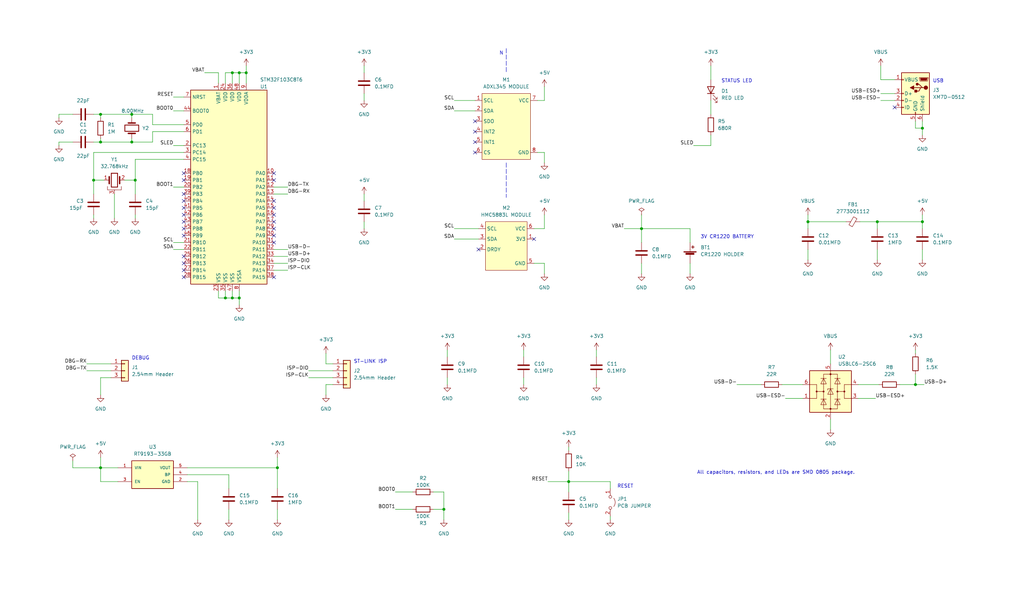
<source format=kicad_sch>
(kicad_sch (version 20211123) (generator eeschema)
  (paper "User" 375.031 220.015)
  (title_block (title "Star Pointer") (date "2022-01-29") (rev "1.0.0") (company "Dilshan R Jayakody") (comment 1 "jayakody2000lk.blogspot.com") (comment 2 "https://github.com/dilshan/star-pointer") (comment 3 "jayakody2000lk@gmail.com"))
  (lib_symbols
    (symbol "Connector:USB_B_Micro" (pin_names (offset 1.016))
      (property "Reference" "J" (at -5.08 11.43 0))
      (property "Value" "USB_B_Micro" (at -5.08 8.89 0))
      (symbol "USB_B_Micro_0_1"
        (rectangle (start -5.08 -7.62) (end 5.08 7.62) (stroke (width 0.254)) (fill (type background)))
        (circle (center -3.81 2.159) (radius 0.635) (stroke (width 0.254)) (fill (type outline)))
        (circle (center -0.635 3.429) (radius 0.381) (stroke (width 0.254)) (fill (type outline)))
        (rectangle (start -0.127 -7.62) (end 0.127 -6.858))
        (polyline (pts (xy -1.905 2.159) (xy 0.635 2.159)) (stroke (width 0.254)))
        (polyline (pts (xy -3.175 2.159) (xy -2.54 2.159) (xy -1.27 3.429) (xy -0.635 3.429)) (stroke (width 0.254)))
        (polyline (pts (xy -2.54 2.159) (xy -1.905 2.159) (xy -1.27 0.889) (xy 0 0.889)) (stroke (width 0.254)))
        (polyline (pts (xy 0.635 2.794) (xy 0.635 1.524) (xy 1.905 2.159) (xy 0.635 2.794)) (stroke (width 0.254)) (fill (type outline)))
        (polyline (pts (xy -4.318 5.588) (xy -1.778 5.588) (xy -2.032 4.826) (xy -4.064 4.826) (xy -4.318 5.588)) (fill (type outline)))
        (polyline (pts (xy -4.699 5.842) (xy -4.699 5.588) (xy -4.445 4.826) (xy -4.445 4.572) (xy -1.651 4.572) (xy -1.651 4.826) (xy -1.397 5.588) (xy -1.397 5.842) (xy -4.699 5.842)))
        (rectangle (start 0.254 1.27) (end -0.508 0.508) (stroke (width 0.254)) (fill (type outline)))
        (rectangle (start 5.08 -5.207) (end 4.318 -4.953))
        (rectangle (start 5.08 -2.667) (end 4.318 -2.413))
        (rectangle (start 5.08 -0.127) (end 4.318 0.127))
        (rectangle (start 5.08 4.953) (end 4.318 5.207))
      )
      (symbol "USB_B_Micro_1_1"
        (pin power_out line (at 7.62 5.08 180) (length 2.54) (name "VBUS") (number "1"))
        (pin bidirectional line (at 7.62 -2.54 180) (length 2.54) (name "D-") (number "2"))
        (pin bidirectional line (at 7.62 0 180) (length 2.54) (name "D+") (number "3"))
        (pin passive line (at 7.62 -5.08 180) (length 2.54) (name "ID") (number "4"))
        (pin power_out line (at 0 -10.16 90) (length 2.54) (name "GND") (number "5"))
        (pin passive line (at -2.54 -10.16 90) (length 2.54) (name "Shield") (number "6"))
      )
    )
    (symbol "Connector_Generic:Conn_01x03" (pin_names (offset 1.016) hide)
      (property "Reference" "J" (at 0 5.08 0))
      (property "Value" "Conn_01x03" (at 0 -5.08 0))
      (symbol "Conn_01x03_1_1"
        (rectangle (start -1.27 -2.413) (end 0 -2.667) (stroke (width 0.1524)))
        (rectangle (start -1.27 0.127) (end 0 -0.127) (stroke (width 0.1524)))
        (rectangle (start -1.27 2.667) (end 0 2.413) (stroke (width 0.1524)))
        (rectangle (start -1.27 3.81) (end 1.27 -3.81) (stroke (width 0.254)) (fill (type background)))
        (pin passive line (at -5.08 2.54 0) (length 3.81) (name "Pin_1") (number "1"))
        (pin passive line (at -5.08 0 0) (length 3.81) (name "Pin_2") (number "2"))
        (pin passive line (at -5.08 -2.54 0) (length 3.81) (name "Pin_3") (number "3"))
      )
    )
    (symbol "Connector_Generic:Conn_01x04" (pin_names (offset 1.016) hide)
      (property "Reference" "J" (at 0 5.08 0))
      (property "Value" "Conn_01x04" (at 0 -7.62 0))
      (symbol "Conn_01x04_1_1"
        (rectangle (start -1.27 -4.953) (end 0 -5.207) (stroke (width 0.1524)))
        (rectangle (start -1.27 -2.413) (end 0 -2.667) (stroke (width 0.1524)))
        (rectangle (start -1.27 0.127) (end 0 -0.127) (stroke (width 0.1524)))
        (rectangle (start -1.27 2.667) (end 0 2.413) (stroke (width 0.1524)))
        (rectangle (start -1.27 3.81) (end 1.27 -6.35) (stroke (width 0.254)) (fill (type background)))
        (pin passive line (at -5.08 2.54 0) (length 3.81) (name "Pin_1") (number "1"))
        (pin passive line (at -5.08 0 0) (length 3.81) (name "Pin_2") (number "2"))
        (pin passive line (at -5.08 -2.54 0) (length 3.81) (name "Pin_3") (number "3"))
        (pin passive line (at -5.08 -5.08 0) (length 3.81) (name "Pin_4") (number "4"))
      )
    )
    (symbol "Device:Battery_Cell" (pin_numbers hide) (pin_names (offset 0) hide)
      (property "Reference" "BT" (at 2.54 2.54 0))
      (property "Value" "Battery_Cell" (at 2.54 0 0))
      (symbol "Battery_Cell_0_1"
        (rectangle (start -2.286 1.778) (end 2.286 1.524) (fill (type outline)))
        (rectangle (start -1.5748 1.1938) (end 1.4732 0.6858) (fill (type outline)))
        (polyline (pts (xy 0 0.762) (xy 0 0)))
        (polyline (pts (xy 0 1.778) (xy 0 2.54)))
        (polyline (pts (xy 0.508 3.429) (xy 1.524 3.429)) (stroke (width 0.254)))
        (polyline (pts (xy 1.016 3.937) (xy 1.016 2.921)) (stroke (width 0.254)))
      )
      (symbol "Battery_Cell_1_1"
        (pin passive line (at 0 5.08 270) (length 2.54) (name "+") (number "1"))
        (pin passive line (at 0 -2.54 90) (length 2.54) (name "-") (number "2"))
      )
    )
    (symbol "Device:C" (pin_numbers hide) (pin_names (offset 0.254))
      (property "Reference" "C" (at 0.635 2.54 0))
      (property "Value" "C" (at 0.635 -2.54 0))
      (symbol "C_0_1"
        (polyline (pts (xy -2.032 -0.762) (xy 2.032 -0.762)) (stroke (width 0.508)))
        (polyline (pts (xy -2.032 0.762) (xy 2.032 0.762)) (stroke (width 0.508)))
      )
      (symbol "C_1_1"
        (pin passive line (at 0 3.81 270) (length 2.794) (name "~") (number "1"))
        (pin passive line (at 0 -3.81 90) (length 2.794) (name "~") (number "2"))
      )
    )
    (symbol "Device:Crystal" (pin_numbers hide) (pin_names (offset 1.016) hide)
      (property "Reference" "Y" (at 0 3.81 0))
      (property "Value" "Crystal" (at 0 -3.81 0))
      (symbol "Crystal_0_1"
        (rectangle (start -1.143 2.54) (end 1.143 -2.54) (stroke (width 0.3048)))
        (polyline (pts (xy -2.54 0) (xy -1.905 0)))
        (polyline (pts (xy -1.905 -1.27) (xy -1.905 1.27)) (stroke (width 0.508)))
        (polyline (pts (xy 1.905 -1.27) (xy 1.905 1.27)) (stroke (width 0.508)))
        (polyline (pts (xy 2.54 0) (xy 1.905 0)))
      )
      (symbol "Crystal_1_1"
        (pin passive line (at -3.81 0 0) (length 1.27) (name "1") (number "1"))
        (pin passive line (at 3.81 0 180) (length 1.27) (name "2") (number "2"))
      )
    )
    (symbol "Device:Crystal_GND3" (pin_names (offset 1.016) hide)
      (property "Reference" "Y" (at 0 5.715 0))
      (property "Value" "Crystal_GND3" (at 0 3.81 0))
      (symbol "Crystal_GND3_0_1"
        (rectangle (start -1.143 2.54) (end 1.143 -2.54) (stroke (width 0.3048)))
        (polyline (pts (xy -2.54 0) (xy -1.905 0)))
        (polyline (pts (xy -1.905 -1.27) (xy -1.905 1.27)) (stroke (width 0.508)))
        (polyline (pts (xy 0 -3.81) (xy 0 -3.556)))
        (polyline (pts (xy 1.905 0) (xy 2.54 0)))
        (polyline (pts (xy 1.905 1.27) (xy 1.905 -1.27)) (stroke (width 0.508)))
        (polyline (pts (xy -2.54 -2.286) (xy -2.54 -3.556) (xy 2.54 -3.556) (xy 2.54 -2.286)))
      )
      (symbol "Crystal_GND3_1_1"
        (pin passive line (at -3.81 0 0) (length 1.27) (name "1") (number "1"))
        (pin passive line (at 3.81 0 180) (length 1.27) (name "2") (number "2"))
        (pin passive line (at 0 -5.08 90) (length 1.27) (name "3") (number "3"))
      )
    )
    (symbol "Device:FerriteBead_Small" (pin_numbers hide) (pin_names (offset 0))
      (property "Reference" "FB" (at 1.905 1.27 0))
      (property "Value" "FerriteBead_Small" (at 1.905 -1.27 0))
      (symbol "FerriteBead_Small_0_1"
        (polyline (pts (xy 0 -1.27) (xy 0 -0.7874)))
        (polyline (pts (xy 0 0.889) (xy 0 1.2954)))
        (polyline (pts (xy -1.8288 0.2794) (xy -1.1176 1.4986) (xy 1.8288 -0.2032) (xy 1.1176 -1.4224) (xy -1.8288 0.2794)))
      )
      (symbol "FerriteBead_Small_1_1"
        (pin passive line (at 0 2.54 270) (length 1.27) (name "~") (number "1"))
        (pin passive line (at 0 -2.54 90) (length 1.27) (name "~") (number "2"))
      )
    )
    (symbol "Device:LED" (pin_numbers hide) (pin_names (offset 1.016) hide)
      (property "Reference" "D" (at 0 2.54 0))
      (property "Value" "LED" (at 0 -2.54 0))
      (symbol "LED_0_1"
        (polyline (pts (xy -1.27 -1.27) (xy -1.27 1.27)) (stroke (width 0.254)))
        (polyline (pts (xy -1.27 0) (xy 1.27 0)))
        (polyline (pts (xy 1.27 -1.27) (xy 1.27 1.27) (xy -1.27 0) (xy 1.27 -1.27)) (stroke (width 0.254)))
        (polyline (pts (xy -3.048 -0.762) (xy -4.572 -2.286) (xy -3.81 -2.286) (xy -4.572 -2.286) (xy -4.572 -1.524)))
        (polyline (pts (xy -1.778 -0.762) (xy -3.302 -2.286) (xy -2.54 -2.286) (xy -3.302 -2.286) (xy -3.302 -1.524)))
      )
      (symbol "LED_1_1"
        (pin passive line (at -3.81 0 0) (length 2.54) (name "K") (number "1"))
        (pin passive line (at 3.81 0 180) (length 2.54) (name "A") (number "2"))
      )
    )
    (symbol "Device:R" (pin_numbers hide) (pin_names (offset 0))
      (property "Reference" "R" (at 2.032 0 90))
      (property "Value" "R" (at 0 0 90))
      (symbol "R_0_1"
        (rectangle (start -1.016 -2.54) (end 1.016 2.54) (stroke (width 0.254)))
      )
      (symbol "R_1_1"
        (pin passive line (at 0 3.81 270) (length 1.27) (name "~") (number "1"))
        (pin passive line (at 0 -3.81 90) (length 1.27) (name "~") (number "2"))
      )
    )
    (symbol "Jumper:Jumper_2_Open" (pin_names (offset 0) hide)
      (property "Reference" "JP" (at 0 2.794 0))
      (property "Value" "Jumper_2_Open" (at 0 -2.286 0))
      (symbol "Jumper_2_Open_0_0"
        (circle (center -2.032 0) (radius 0.508))
        (circle (center 2.032 0) (radius 0.508))
      )
      (symbol "Jumper_2_Open_0_1"
        (arc (start 1.524 1.27) (mid 0 1.778) (end -1.524 1.27))
      )
      (symbol "Jumper_2_Open_1_1"
        (pin passive line (at -5.08 0 0) (length 2.54) (name "A") (number "1"))
        (pin passive line (at 5.08 0 180) (length 2.54) (name "B") (number "2"))
      )
    )
    (symbol "MCU_ST_STM32F1:STM32F103C8Tx"
      (property "Reference" "U" (at -15.24 36.83 0))
      (property "Value" "STM32F103C8Tx" (at 7.62 36.83 0))
      (symbol "STM32F103C8Tx_0_1"
        (rectangle (start -15.24 -35.56) (end 12.7 35.56) (stroke (width 0.254)) (fill (type background)))
      )
      (symbol "STM32F103C8Tx_1_1"
        (pin power_in line (at -5.08 38.1 270) (length 2.54) (name "VBAT") (number "1"))
        (pin bidirectional line (at 15.24 5.08 180) (length 2.54) (name "PA0") (number "10"))
        (pin bidirectional line (at 15.24 2.54 180) (length 2.54) (name "PA1") (number "11"))
        (pin bidirectional line (at 15.24 0 180) (length 2.54) (name "PA2") (number "12"))
        (pin bidirectional line (at 15.24 -2.54 180) (length 2.54) (name "PA3") (number "13"))
        (pin bidirectional line (at 15.24 -5.08 180) (length 2.54) (name "PA4") (number "14"))
        (pin bidirectional line (at 15.24 -7.62 180) (length 2.54) (name "PA5") (number "15"))
        (pin bidirectional line (at 15.24 -10.16 180) (length 2.54) (name "PA6") (number "16"))
        (pin bidirectional line (at 15.24 -12.7 180) (length 2.54) (name "PA7") (number "17"))
        (pin bidirectional line (at -17.78 5.08 0) (length 2.54) (name "PB0") (number "18"))
        (pin bidirectional line (at -17.78 2.54 0) (length 2.54) (name "PB1") (number "19"))
        (pin bidirectional line (at -17.78 15.24 0) (length 2.54) (name "PC13") (number "2"))
        (pin bidirectional line (at -17.78 0 0) (length 2.54) (name "PB2") (number "20"))
        (pin bidirectional line (at -17.78 -20.32 0) (length 2.54) (name "PB10") (number "21"))
        (pin bidirectional line (at -17.78 -22.86 0) (length 2.54) (name "PB11") (number "22"))
        (pin power_in line (at -5.08 -38.1 90) (length 2.54) (name "VSS") (number "23"))
        (pin power_in line (at -2.54 38.1 270) (length 2.54) (name "VDD") (number "24"))
        (pin bidirectional line (at -17.78 -25.4 0) (length 2.54) (name "PB12") (number "25"))
        (pin bidirectional line (at -17.78 -27.94 0) (length 2.54) (name "PB13") (number "26"))
        (pin bidirectional line (at -17.78 -30.48 0) (length 2.54) (name "PB14") (number "27"))
        (pin bidirectional line (at -17.78 -33.02 0) (length 2.54) (name "PB15") (number "28"))
        (pin bidirectional line (at 15.24 -15.24 180) (length 2.54) (name "PA8") (number "29"))
        (pin bidirectional line (at -17.78 12.7 0) (length 2.54) (name "PC14") (number "3"))
        (pin bidirectional line (at 15.24 -17.78 180) (length 2.54) (name "PA9") (number "30"))
        (pin bidirectional line (at 15.24 -20.32 180) (length 2.54) (name "PA10") (number "31"))
        (pin bidirectional line (at 15.24 -22.86 180) (length 2.54) (name "PA11") (number "32"))
        (pin bidirectional line (at 15.24 -25.4 180) (length 2.54) (name "PA12") (number "33"))
        (pin bidirectional line (at 15.24 -27.94 180) (length 2.54) (name "PA13") (number "34"))
        (pin power_in line (at -2.54 -38.1 90) (length 2.54) (name "VSS") (number "35"))
        (pin power_in line (at 0 38.1 270) (length 2.54) (name "VDD") (number "36"))
        (pin bidirectional line (at 15.24 -30.48 180) (length 2.54) (name "PA14") (number "37"))
        (pin bidirectional line (at 15.24 -33.02 180) (length 2.54) (name "PA15") (number "38"))
        (pin bidirectional line (at -17.78 -2.54 0) (length 2.54) (name "PB3") (number "39"))
        (pin bidirectional line (at -17.78 10.16 0) (length 2.54) (name "PC15") (number "4"))
        (pin bidirectional line (at -17.78 -5.08 0) (length 2.54) (name "PB4") (number "40"))
        (pin bidirectional line (at -17.78 -7.62 0) (length 2.54) (name "PB5") (number "41"))
        (pin bidirectional line (at -17.78 -10.16 0) (length 2.54) (name "PB6") (number "42"))
        (pin bidirectional line (at -17.78 -12.7 0) (length 2.54) (name "PB7") (number "43"))
        (pin input line (at -17.78 27.94 0) (length 2.54) (name "BOOT0") (number "44"))
        (pin bidirectional line (at -17.78 -15.24 0) (length 2.54) (name "PB8") (number "45"))
        (pin bidirectional line (at -17.78 -17.78 0) (length 2.54) (name "PB9") (number "46"))
        (pin power_in line (at 0 -38.1 90) (length 2.54) (name "VSS") (number "47"))
        (pin power_in line (at 2.54 38.1 270) (length 2.54) (name "VDD") (number "48"))
        (pin input line (at -17.78 22.86 0) (length 2.54) (name "PD0") (number "5"))
        (pin input line (at -17.78 20.32 0) (length 2.54) (name "PD1") (number "6"))
        (pin input line (at -17.78 33.02 0) (length 2.54) (name "NRST") (number "7"))
        (pin power_in line (at 2.54 -38.1 90) (length 2.54) (name "VSSA") (number "8"))
        (pin power_in line (at 5.08 38.1 270) (length 2.54) (name "VDDA") (number "9"))
      )
    )
    (symbol "Power_Protection:USBLC6-2SC6" (pin_names hide)
      (property "Reference" "U" (at 2.54 8.89 0))
      (property "Value" "USBLC6-2SC6" (at 2.54 -8.89 0))
      (symbol "USBLC6-2SC6_0_1"
        (rectangle (start -7.62 -7.62) (end 7.62 7.62) (stroke (width 0.254)) (fill (type background)))
        (circle (center -5.08 0) (radius 0.254) (fill (type outline)))
        (circle (center -2.54 0) (radius 0.254) (fill (type outline)))
        (rectangle (start -2.54 6.35) (end 2.54 -6.35))
        (circle (center 0 -6.35) (radius 0.254) (fill (type outline)))
        (polyline (pts (xy -5.08 -2.54) (xy -7.62 -2.54)))
        (polyline (pts (xy -5.08 0) (xy -5.08 -2.54)))
        (polyline (pts (xy -5.08 2.54) (xy -7.62 2.54)))
        (polyline (pts (xy -1.524 -2.794) (xy -3.556 -2.794)))
        (polyline (pts (xy -1.524 4.826) (xy -3.556 4.826)))
        (polyline (pts (xy 0 -7.62) (xy 0 -6.35)))
        (polyline (pts (xy 0 -6.35) (xy 0 1.27)))
        (polyline (pts (xy 0 1.27) (xy 0 6.35)))
        (polyline (pts (xy 0 6.35) (xy 0 7.62)))
        (polyline (pts (xy 1.524 -2.794) (xy 3.556 -2.794)))
        (polyline (pts (xy 1.524 4.826) (xy 3.556 4.826)))
        (polyline (pts (xy 5.08 -2.54) (xy 7.62 -2.54)))
        (polyline (pts (xy 5.08 0) (xy 5.08 -2.54)))
        (polyline (pts (xy 5.08 2.54) (xy 7.62 2.54)))
        (polyline (pts (xy -2.54 0) (xy -5.08 0) (xy -5.08 2.54)))
        (polyline (pts (xy 2.54 0) (xy 5.08 0) (xy 5.08 2.54)))
        (polyline (pts (xy -3.556 -4.826) (xy -1.524 -4.826) (xy -2.54 -2.794) (xy -3.556 -4.826)))
        (polyline (pts (xy -3.556 2.794) (xy -1.524 2.794) (xy -2.54 4.826) (xy -3.556 2.794)))
        (polyline (pts (xy -1.016 -1.016) (xy 1.016 -1.016) (xy 0 1.016) (xy -1.016 -1.016)))
        (polyline (pts (xy 1.016 1.016) (xy 0.762 1.016) (xy -1.016 1.016) (xy -1.016 0.508)))
        (polyline (pts (xy 3.556 -4.826) (xy 1.524 -4.826) (xy 2.54 -2.794) (xy 3.556 -4.826)))
        (polyline (pts (xy 3.556 2.794) (xy 1.524 2.794) (xy 2.54 4.826) (xy 3.556 2.794)))
        (circle (center 0 6.35) (radius 0.254) (fill (type outline)))
        (circle (center 2.54 0) (radius 0.254) (fill (type outline)))
        (circle (center 5.08 0) (radius 0.254) (fill (type outline)))
      )
      (symbol "USBLC6-2SC6_1_1"
        (pin passive line (at -10.16 -2.54 0) (length 2.54) (name "I/O1") (number "1"))
        (pin passive line (at 0 -10.16 90) (length 2.54) (name "GND") (number "2"))
        (pin passive line (at 10.16 -2.54 180) (length 2.54) (name "I/O2") (number "3"))
        (pin passive line (at 10.16 2.54 180) (length 2.54) (name "I/O2") (number "4"))
        (pin passive line (at 0 10.16 270) (length 2.54) (name "VBUS") (number "5"))
        (pin passive line (at -10.16 2.54 0) (length 2.54) (name "I/O1") (number "6"))
      )
    )
    (symbol "power:+3V3" (power) (pin_names (offset 0))
      (property "Value" "+3V3" (at 0 3.556 0))
      (symbol "+3V3_0_1"
        (polyline (pts (xy -0.762 1.27) (xy 0 2.54)))
        (polyline (pts (xy 0 0) (xy 0 2.54)))
        (polyline (pts (xy 0 2.54) (xy 0.762 1.27)))
      )
      (symbol "+3V3_1_1"
        (pin power_in line (at 0 0 90) (length 0) hide (name "+3V3") (number "1"))
      )
    )
    (symbol "power:+5V" (power) (pin_names (offset 0))
      (property "Value" "+5V" (at 0 3.556 0))
      (symbol "+5V_0_1"
        (polyline (pts (xy -0.762 1.27) (xy 0 2.54)))
        (polyline (pts (xy 0 0) (xy 0 2.54)))
        (polyline (pts (xy 0 2.54) (xy 0.762 1.27)))
      )
      (symbol "+5V_1_1"
        (pin power_in line (at 0 0 90) (length 0) hide (name "+5V") (number "1"))
      )
    )
    (symbol "power:GND" (power) (pin_names (offset 0))
      (property "Value" "GND" (at 0 -3.81 0))
      (symbol "GND_0_1"
        (polyline (pts (xy 0 0) (xy 0 -1.27) (xy 1.27 -1.27) (xy 0 -2.54) (xy -1.27 -1.27) (xy 0 -1.27)))
      )
      (symbol "GND_1_1"
        (pin power_in line (at 0 0 270) (length 0) hide (name "GND") (number "1"))
      )
    )
    (symbol "power:PWR_FLAG" (power) (pin_numbers hide) (pin_names (offset 0) hide)
      (property "Value" "PWR_FLAG" (at 0 3.81 0))
      (symbol "PWR_FLAG_0_0"
        (pin power_out line (at 0 0 90) (length 0) (name "pwr") (number "1"))
      )
      (symbol "PWR_FLAG_0_1"
        (polyline (pts (xy 0 0) (xy 0 1.27) (xy -1.016 1.905) (xy 0 2.54) (xy 1.016 1.905) (xy 0 1.27)))
      )
    )
    (symbol "power:VBUS" (power) (pin_names (offset 0))
      (property "Value" "VBUS" (at 0 3.81 0))
      (symbol "VBUS_0_1"
        (polyline (pts (xy -0.762 1.27) (xy 0 2.54)))
        (polyline (pts (xy 0 0) (xy 0 2.54)))
        (polyline (pts (xy 0 2.54) (xy 0.762 1.27)))
      )
      (symbol "VBUS_1_1"
        (pin power_in line (at 0 0 90) (length 0) hide (name "VBUS") (number "1"))
      )
    )
    (symbol "starpointer:ADXL345_Module"
      (property "Reference" "M" (at 0 12.7 0))
      (property "Value" "ADXL345_Module" (at 0 15.24 0))
      (symbol "ADXL345_Module_0_1"
        (rectangle (start -8.89 11.43) (end 8.89 -12.7) (fill (type background)))
      )
      (symbol "ADXL345_Module_1_1"
        (pin input line (at -11.43 8.89 0) (length 2.54) (name "SCL") (number "1"))
        (pin bidirectional line (at -11.43 5.08 0) (length 2.54) (name "SDA") (number "2"))
        (pin output line (at -11.43 1.27 0) (length 2.54) (name "SDO") (number "3"))
        (pin output line (at -11.43 -2.54 0) (length 2.54) (name "INT2") (number "4"))
        (pin output line (at -11.43 -6.35 0) (length 2.54) (name "INT1") (number "5"))
        (pin input line (at -11.43 -10.16 0) (length 2.54) (name "CS") (number "6"))
        (pin power_in line (at 11.43 8.89 180) (length 2.54) (name "VCC") (number "7"))
        (pin power_in line (at 11.43 -10.16 180) (length 2.54) (name "GND") (number "8"))
      )
    )
    (symbol "starpointer:HMC5883L_Module"
      (property "Reference" "M" (at 0 10.16 0))
      (property "Value" "HMC5883L_Module" (at 0 12.7 0))
      (symbol "HMC5883L_Module_0_1"
        (rectangle (start -7.62 8.89) (end 7.62 -8.89) (fill (type background)))
      )
      (symbol "HMC5883L_Module_1_1"
        (pin power_out line (at 10.16 2.54 180) (length 2.54) (name "3V3") (number "1"))
        (pin output line (at -10.16 -1.27 0) (length 2.54) (name "DRDY") (number "2"))
        (pin bidirectional line (at -10.16 2.54 0) (length 2.54) (name "SDA") (number "3"))
        (pin input line (at -10.16 6.35 0) (length 2.54) (name "SCL") (number "4"))
        (pin power_in line (at 10.16 -6.35 180) (length 2.54) (name "GND") (number "5"))
        (pin power_in line (at 10.16 6.35 180) (length 2.54) (name "VCC") (number "6"))
      )
    )
    (symbol "starpointer:RT9193-33GB" (pin_names (offset 1.016))
      (property "Reference" "U" (at -7.62 5.08 0))
      (property "Value" "RT9193-33GB" (at -6.35 -7.62 0))
      (symbol "RT9193-33GB_0_0"
        (rectangle (start -7.62 -5.08) (end 7.62 5.08) (stroke (width 0.254)) (fill (type background)))
        (pin power_in line (at -12.7 2.54 0) (length 5.08) (name "VIN") (number "1"))
        (pin power_in line (at 12.7 -2.54 180) (length 5.08) (name "GND") (number "2"))
        (pin input line (at -12.7 -2.54 0) (length 5.08) (name "EN") (number "3"))
        (pin passive line (at 12.7 0 180) (length 5.08) (name "BP") (number "4"))
        (pin power_out line (at 12.7 2.54 180) (length 5.08) (name "VOUT") (number "5"))
      )
    )
  )
  (junction (at 48.26 41.91))
  (junction (at 48.26 52.07))
  (junction (at 85.09 109.22))
  (junction (at 337.82 81.28))
  (junction (at 208.28 176.53))
  (junction (at 49.53 66.04))
  (junction (at 36.83 171.45))
  (junction (at 82.55 109.22))
  (junction (at 85.09 26.67))
  (junction (at 34.29 66.04))
  (junction (at 162.56 186.69))
  (junction (at 36.83 52.07))
  (junction (at 321.31 81.28))
  (junction (at 36.83 41.91))
  (junction (at 87.63 109.22))
  (junction (at 90.17 26.67))
  (junction (at 335.28 140.97))
  (junction (at 295.91 81.28))
  (junction (at 101.6 171.45))
  (junction (at 87.63 26.67))
  (junction (at 337.82 46.99))
  (junction (at 234.95 83.82))
  (no_connect (at 67.31 63.5))
  (no_connect (at 67.31 66.04))
  (no_connect (at 100.33 66.04))
  (no_connect (at 100.33 63.5))
  (no_connect (at 67.31 71.12))
  (no_connect (at 67.31 73.66))
  (no_connect (at 67.31 76.2))
  (no_connect (at 67.31 78.74))
  (no_connect (at 67.31 81.28))
  (no_connect (at 67.31 83.82))
  (no_connect (at 67.31 86.36))
  (no_connect (at 67.31 93.98))
  (no_connect (at 67.31 96.52))
  (no_connect (at 67.31 99.06))
  (no_connect (at 67.31 101.6))
  (no_connect (at 100.33 101.6))
  (no_connect (at 100.33 88.9))
  (no_connect (at 100.33 86.36))
  (no_connect (at 100.33 83.82))
  (no_connect (at 100.33 81.28))
  (no_connect (at 100.33 78.74))
  (no_connect (at 100.33 76.2))
  (no_connect (at 100.33 73.66))
  (no_connect (at 175.26 91.44))
  (no_connect (at 173.99 44.45))
  (no_connect (at 173.99 48.26))
  (no_connect (at 173.99 52.07))
  (no_connect (at 173.99 55.88))
  (no_connect (at 195.58 87.63))
  (no_connect (at 327.66 39.37))
  (wire (pts (xy 218.44 128.27) (xy 218.44 130.81)))
  (wire (pts (xy 21.59 43.18) (xy 21.59 41.91)))
  (wire (pts (xy 304.165 128.27) (xy 304.165 133.35)))
  (wire (pts (xy 321.31 81.28) (xy 321.31 83.82)))
  (wire (pts (xy 83.82 186.69) (xy 83.82 190.5)))
  (wire (pts (xy 34.29 78.74) (xy 34.29 80.01)))
  (wire (pts (xy 119.38 133.35) (xy 119.38 129.54)))
  (wire (pts (xy 191.77 138.43) (xy 191.77 140.97)))
  (wire (pts (xy 335.28 137.16) (xy 335.28 140.97)))
  (wire (pts (xy 90.17 26.67) (xy 90.17 30.48)))
  (polyline (pts (xy 185.42 17.78) (xy 185.42 26.67)))
  (wire (pts (xy 63.5 88.9) (xy 67.31 88.9)))
  (wire (pts (xy 162.56 186.69) (xy 162.56 190.5)))
  (wire (pts (xy 218.44 138.43) (xy 218.44 140.97)))
  (wire (pts (xy 36.83 176.53) (xy 43.18 176.53)))
  (wire (pts (xy 322.58 36.83) (xy 327.66 36.83)))
  (wire (pts (xy 208.28 187.96) (xy 208.28 190.5)))
  (wire (pts (xy 191.77 128.27) (xy 191.77 130.81)))
  (wire (pts (xy 234.95 96.52) (xy 234.95 100.33)))
  (wire (pts (xy 321.31 81.28) (xy 337.82 81.28)))
  (wire (pts (xy 314.325 140.97) (xy 321.945 140.97)))
  (wire (pts (xy 49.53 58.42) (xy 49.53 66.04)))
  (wire (pts (xy 87.63 30.48) (xy 87.63 26.67)))
  (wire (pts (xy 100.33 99.06) (xy 105.41 99.06)))
  (wire (pts (xy 67.31 58.42) (xy 49.53 58.42)))
  (wire (pts (xy 322.58 34.29) (xy 327.66 34.29)))
  (wire (pts (xy 337.82 78.74) (xy 337.82 81.28)))
  (wire (pts (xy 82.55 109.22) (xy 85.09 109.22)))
  (wire (pts (xy 163.83 128.27) (xy 163.83 130.81)))
  (wire (pts (xy 335.28 46.99) (xy 337.82 46.99)))
  (wire (pts (xy 223.52 179.07) (xy 223.52 176.53)))
  (wire (pts (xy 36.83 52.07) (xy 36.83 50.8)))
  (wire (pts (xy 314.325 146.05) (xy 320.675 146.05)))
  (wire (pts (xy 228.6 83.82) (xy 234.95 83.82)))
  (wire (pts (xy 67.31 55.88) (xy 34.29 55.88)))
  (wire (pts (xy 234.95 78.74) (xy 234.95 83.82)))
  (wire (pts (xy 100.33 96.52) (xy 105.41 96.52)))
  (wire (pts (xy 119.38 140.97) (xy 121.92 140.97)))
  (wire (pts (xy 260.35 53.34) (xy 260.35 49.53)))
  (wire (pts (xy 335.28 44.45) (xy 335.28 46.99)))
  (wire (pts (xy 36.83 171.45) (xy 26.67 171.45)))
  (wire (pts (xy 55.88 48.26) (xy 55.88 52.07)))
  (wire (pts (xy 327.66 29.21) (xy 322.58 29.21)))
  (wire (pts (xy 48.26 52.07) (xy 48.26 50.8)))
  (wire (pts (xy 80.01 106.68) (xy 80.01 109.22)))
  (wire (pts (xy 269.875 140.97) (xy 278.765 140.97)))
  (wire (pts (xy 85.09 30.48) (xy 85.09 26.67)))
  (wire (pts (xy 166.37 83.82) (xy 175.26 83.82)))
  (wire (pts (xy 260.35 24.13) (xy 260.35 29.21)))
  (wire (pts (xy 67.31 48.26) (xy 55.88 48.26)))
  (wire (pts (xy 31.75 133.35) (xy 40.64 133.35)))
  (wire (pts (xy 74.93 26.67) (xy 80.01 26.67)))
  (wire (pts (xy 48.26 41.91) (xy 48.26 43.18)))
  (wire (pts (xy 82.55 106.68) (xy 82.55 109.22)))
  (wire (pts (xy 199.39 78.74) (xy 199.39 83.82)))
  (wire (pts (xy 337.82 81.28) (xy 337.82 83.82)))
  (wire (pts (xy 113.03 138.43) (xy 121.92 138.43)))
  (wire (pts (xy 63.5 91.44) (xy 67.31 91.44)))
  (wire (pts (xy 21.59 41.91) (xy 26.67 41.91)))
  (wire (pts (xy 34.29 55.88) (xy 34.29 66.04)))
  (wire (pts (xy 101.6 186.69) (xy 101.6 190.5)))
  (wire (pts (xy 80.01 26.67) (xy 80.01 30.48)))
  (wire (pts (xy 223.52 189.23) (xy 223.52 190.5)))
  (wire (pts (xy 208.28 172.72) (xy 208.28 176.53)))
  (wire (pts (xy 252.73 83.82) (xy 252.73 88.9)))
  (wire (pts (xy 133.35 34.29) (xy 133.35 36.83)))
  (wire (pts (xy 48.26 52.07) (xy 36.83 52.07)))
  (wire (pts (xy 87.63 26.67) (xy 90.17 26.67)))
  (wire (pts (xy 304.165 153.67) (xy 304.165 157.48)))
  (wire (pts (xy 163.83 138.43) (xy 163.83 140.97)))
  (wire (pts (xy 26.67 52.07) (xy 21.59 52.07)))
  (wire (pts (xy 87.63 106.68) (xy 87.63 109.22)))
  (wire (pts (xy 295.91 81.28) (xy 295.91 83.82)))
  (wire (pts (xy 208.28 176.53) (xy 208.28 180.34)))
  (wire (pts (xy 321.31 91.44) (xy 321.31 95.25)))
  (wire (pts (xy 49.53 66.04) (xy 49.53 71.12)))
  (wire (pts (xy 322.58 29.21) (xy 322.58 24.13)))
  (wire (pts (xy 200.66 176.53) (xy 208.28 176.53)))
  (wire (pts (xy 85.09 106.68) (xy 85.09 109.22)))
  (wire (pts (xy 199.39 31.75) (xy 199.39 36.83)))
  (wire (pts (xy 113.03 135.89) (xy 121.92 135.89)))
  (wire (pts (xy 199.39 55.88) (xy 199.39 59.69)))
  (wire (pts (xy 34.29 66.04) (xy 38.1 66.04)))
  (wire (pts (xy 36.83 167.64) (xy 36.83 171.45)))
  (wire (pts (xy 34.29 66.04) (xy 34.29 71.12)))
  (wire (pts (xy 234.95 83.82) (xy 252.73 83.82)))
  (wire (pts (xy 63.5 35.56) (xy 67.31 35.56)))
  (wire (pts (xy 67.31 45.72) (xy 55.88 45.72)))
  (wire (pts (xy 36.83 171.45) (xy 43.18 171.45)))
  (wire (pts (xy 21.59 52.07) (xy 21.59 53.34)))
  (wire (pts (xy 68.58 171.45) (xy 101.6 171.45)))
  (wire (pts (xy 208.28 163.83) (xy 208.28 165.1)))
  (wire (pts (xy 100.33 91.44) (xy 105.41 91.44)))
  (wire (pts (xy 72.39 176.53) (xy 72.39 190.5)))
  (wire (pts (xy 133.35 24.13) (xy 133.35 26.67)))
  (wire (pts (xy 100.33 93.98) (xy 105.41 93.98)))
  (wire (pts (xy 337.82 91.44) (xy 337.82 95.25)))
  (wire (pts (xy 166.37 36.83) (xy 173.99 36.83)))
  (wire (pts (xy 144.78 186.69) (xy 151.13 186.69)))
  (wire (pts (xy 158.75 186.69) (xy 162.56 186.69)))
  (wire (pts (xy 166.37 40.64) (xy 173.99 40.64)))
  (wire (pts (xy 82.55 30.48) (xy 82.55 26.67)))
  (wire (pts (xy 68.58 173.99) (xy 83.82 173.99)))
  (wire (pts (xy 254 53.34) (xy 260.35 53.34)))
  (wire (pts (xy 36.83 138.43) (xy 36.83 144.78)))
  (wire (pts (xy 234.95 83.82) (xy 234.95 88.9)))
  (wire (pts (xy 85.09 26.67) (xy 87.63 26.67)))
  (wire (pts (xy 36.83 41.91) (xy 36.83 43.18)))
  (wire (pts (xy 295.91 91.44) (xy 295.91 95.25)))
  (wire (pts (xy 101.6 171.45) (xy 101.6 179.07)))
  (wire (pts (xy 63.5 68.58) (xy 67.31 68.58)))
  (wire (pts (xy 337.82 44.45) (xy 337.82 46.99)))
  (wire (pts (xy 45.72 66.04) (xy 49.53 66.04)))
  (wire (pts (xy 199.39 83.82) (xy 195.58 83.82)))
  (wire (pts (xy 49.53 78.74) (xy 49.53 80.01)))
  (wire (pts (xy 34.29 41.91) (xy 36.83 41.91)))
  (wire (pts (xy 83.82 173.99) (xy 83.82 179.07)))
  (wire (pts (xy 100.33 68.58) (xy 105.41 68.58)))
  (wire (pts (xy 34.29 52.07) (xy 36.83 52.07)))
  (wire (pts (xy 166.37 87.63) (xy 175.26 87.63)))
  (wire (pts (xy 119.38 144.78) (xy 119.38 140.97)))
  (wire (pts (xy 314.96 81.28) (xy 321.31 81.28)))
  (wire (pts (xy 144.78 180.34) (xy 151.13 180.34)))
  (wire (pts (xy 40.64 138.43) (xy 36.83 138.43)))
  (wire (pts (xy 260.35 36.83) (xy 260.35 41.91)))
  (wire (pts (xy 63.5 40.64) (xy 67.31 40.64)))
  (wire (pts (xy 101.6 171.45) (xy 101.6 167.64)))
  (wire (pts (xy 295.91 81.28) (xy 309.88 81.28)))
  (wire (pts (xy 133.35 71.12) (xy 133.35 73.66)))
  (wire (pts (xy 63.5 53.34) (xy 67.31 53.34)))
  (wire (pts (xy 121.92 133.35) (xy 119.38 133.35)))
  (wire (pts (xy 90.17 24.13) (xy 90.17 26.67)))
  (wire (pts (xy 82.55 26.67) (xy 85.09 26.67)))
  (wire (pts (xy 196.85 55.88) (xy 199.39 55.88)))
  (wire (pts (xy 31.75 135.89) (xy 40.64 135.89)))
  (wire (pts (xy 252.73 96.52) (xy 252.73 100.33)))
  (wire (pts (xy 208.28 176.53) (xy 223.52 176.53)))
  (wire (pts (xy 199.39 36.83) (xy 196.85 36.83)))
  (wire (pts (xy 295.91 78.74) (xy 295.91 81.28)))
  (wire (pts (xy 55.88 52.07) (xy 48.26 52.07)))
  (wire (pts (xy 195.58 96.52) (xy 199.39 96.52)))
  (polyline (pts (xy 185.42 59.69) (xy 185.42 72.39)))
  (wire (pts (xy 329.565 140.97) (xy 335.28 140.97)))
  (wire (pts (xy 41.91 71.12) (xy 41.91 80.01)))
  (wire (pts (xy 287.655 146.05) (xy 294.005 146.05)))
  (wire (pts (xy 133.35 81.28) (xy 133.35 83.82)))
  (wire (pts (xy 26.67 171.45) (xy 26.67 168.91)))
  (wire (pts (xy 335.28 128.27) (xy 335.28 129.54)))
  (wire (pts (xy 55.88 41.91) (xy 48.26 41.91)))
  (wire (pts (xy 85.09 109.22) (xy 87.63 109.22)))
  (wire (pts (xy 162.56 180.34) (xy 162.56 186.69)))
  (wire (pts (xy 87.63 109.22) (xy 87.63 111.76)))
  (wire (pts (xy 100.33 71.12) (xy 105.41 71.12)))
  (wire (pts (xy 80.01 109.22) (xy 82.55 109.22)))
  (wire (pts (xy 158.75 180.34) (xy 162.56 180.34)))
  (wire (pts (xy 55.88 45.72) (xy 55.88 41.91)))
  (wire (pts (xy 335.28 140.97) (xy 338.455 140.97)))
  (wire (pts (xy 286.385 140.97) (xy 294.005 140.97)))
  (wire (pts (xy 337.82 46.99) (xy 337.82 49.53)))
  (wire (pts (xy 48.26 41.91) (xy 36.83 41.91)))
  (wire (pts (xy 199.39 96.52) (xy 199.39 100.33)))
  (wire (pts (xy 36.83 171.45) (xy 36.83 176.53)))
  (wire (pts (xy 68.58 176.53) (xy 72.39 176.53)))
  (text "N" (at 182.88 20.32 0) (effects (font (size 1.27 1.27)) (justify left bottom)))
  (text "3V CR1220 BATTERY" (at 256.54 87.63 0) (effects (font (size 1.27 1.27)) (justify left bottom)))
  (text "DEBUG" (at 48.26 132.08 0) (effects (font (size 1.27 1.27)) (justify left bottom)))
  (text "STATUS LED" (at 264.16 30.48 0) (effects (font (size 1.27 1.27)) (justify left bottom)))
  (text "All capacitors, resistors, and LEDs are SMD 0805 package." (at 255.27 173.99 0) (effects (font (size 1.27 1.27)) (justify left bottom)))
  (text "ST-LINK ISP" (at 129.54 133.35 0) (effects (font (size 1.27 1.27)) (justify left bottom)))
  (text "RESET" (at 226.06 179.07 0) (effects (font (size 1.27 1.27)) (justify left bottom)))
  (text "USB" (at 341.63 30.48 0) (effects (font (size 1.27 1.27)) (justify left bottom)))
  (label "SCL" (at 166.37 36.83 180))
  (label "SDA" (at 166.37 40.64 180))
  (label "USB-ESD+" (at 322.58 34.29 180))
  (label "SDA" (at 63.5 91.44 180))
  (label "USB-ESD-" (at 322.58 36.83 180))
  (label "USB-D+" (at 105.41 93.98 0))
  (label "SCL" (at 63.5 88.9 180))
  (label "VBAT" (at 74.93 26.67 180))
  (label "DBG-TX" (at 31.75 135.89 180))
  (label "SLED" (at 63.5 53.34 180))
  (label "BOOT1" (at 63.5 68.58 180))
  (label "DBG-TX" (at 105.41 68.58 0))
  (label "ISP-CLK" (at 113.03 138.43 180))
  (label "USB-ESD+" (at 320.675 146.05 0))
  (label "USB-ESD-" (at 287.655 146.05 180))
  (label "BOOT0" (at 144.78 180.34 180))
  (label "VBAT" (at 228.6 83.82 180))
  (label "RESET" (at 200.66 176.53 180))
  (label "DBG-RX" (at 105.41 71.12 0))
  (label "USB-D-" (at 269.875 140.97 180))
  (label "ISP-DIO" (at 105.41 96.52 0))
  (label "USB-D+" (at 338.455 140.97 0))
  (label "USB-D-" (at 105.41 91.44 0))
  (label "SDA" (at 166.37 87.63 180))
  (label "RESET" (at 63.5 35.56 180))
  (label "BOOT1" (at 144.78 186.69 180))
  (label "ISP-DIO" (at 113.03 135.89 180))
  (label "ISP-CLK" (at 105.41 99.06 0))
  (label "DBG-RX" (at 31.75 133.35 180))
  (label "SLED" (at 254 53.34 180))
  (label "BOOT0" (at 63.5 40.64 180))
  (label "SCL" (at 166.37 83.82 180))
  (symbol (lib_id "power:GND") (at 21.59 43.18 0) (unit 1)
    (property "Reference" "#PWR0133" (effects hide))
    (property "Value" "GND" (at 21.59 48.26 0))
  )
  (symbol (lib_id "power:+5V") (at 337.82 78.74 0) (unit 1)
    (property "Reference" "#PWR0107" (effects hide))
    (property "Value" "+5V" (at 337.82 73.66 0))
  )
  (symbol (lib_id "power:VBUS") (at 322.58 24.13 0) (unit 1)
    (property "Reference" "#PWR0109" (effects hide))
    (property "Value" "VBUS" (at 322.58 19.05 0))
  )
  (symbol (lib_id "Device:C") (at 101.6 182.88 0) (unit 1)
    (property "Reference" "C16" (at 105.41 181.6099 0) (effects (justify left)))
    (property "Value" "1MFD" (at 105.41 184.1499 0) (effects (justify left)))
    (property "Footprint" "Capacitor_SMD:C_0805_2012Metric_Pad1.18x1.45mm_HandSolder" (effects hide))
  )
  (symbol (lib_id "power:GND") (at 133.35 36.83 0) (unit 1)
    (property "Reference" "#PWR0129" (effects hide))
    (property "Value" "GND" (at 133.35 41.91 0))
  )
  (symbol (lib_id "power:GND") (at 337.82 49.53 0) (unit 1)
    (property "Reference" "#PWR0106" (effects hide))
    (property "Value" "GND" (at 337.82 54.61 0))
  )
  (symbol (lib_id "power:+5V") (at 133.35 71.12 0) (unit 1)
    (property "Reference" "#PWR0128" (effects hide))
    (property "Value" "+5V" (at 133.35 66.04 0))
  )
  (symbol (lib_id "power:GND") (at 21.59 53.34 0) (unit 1)
    (property "Reference" "#PWR0134" (effects hide))
    (property "Value" "GND" (at 21.59 58.42 0))
  )
  (symbol (lib_id "Device:C") (at 83.82 182.88 0) (unit 1)
    (property "Reference" "C15" (at 87.63 181.6099 0) (effects (justify left)))
    (property "Value" "0.1MFD" (at 87.63 184.1499 0) (effects (justify left)))
    (property "Footprint" "Capacitor_SMD:C_0805_2012Metric_Pad1.18x1.45mm_HandSolder" (effects hide))
  )
  (symbol (lib_id "power:GND") (at 252.73 100.33 0) (unit 1)
    (property "Reference" "#PWR0116" (effects hide))
    (property "Value" "GND" (at 252.73 105.41 0))
  )
  (symbol (lib_id "Device:C") (at 321.31 87.63 0) (unit 1)
    (property "Reference" "C13" (at 325.12 86.3599 0) (effects (justify left)))
    (property "Value" "1MFD" (at 325.12 88.8999 0) (effects (justify left)))
    (property "Footprint" "Capacitor_SMD:C_0805_2012Metric_Pad1.18x1.45mm_HandSolder" (effects hide))
  )
  (symbol (lib_id "Device:C") (at 30.48 41.91 90) (unit 1)
    (property "Reference" "C1" (at 30.48 45.72 90))
    (property "Value" "22pF" (at 30.48 36.83 90))
    (property "Footprint" "Capacitor_SMD:C_0805_2012Metric_Pad1.18x1.45mm_HandSolder" (effects hide))
  )
  (symbol (lib_id "Device:C") (at 337.82 87.63 0) (unit 1)
    (property "Reference" "C14" (at 341.63 86.3599 0) (effects (justify left)))
    (property "Value" "0.1MFD" (at 341.63 88.8999 0) (effects (justify left)))
    (property "Footprint" "Capacitor_SMD:C_0805_2012Metric_Pad1.18x1.45mm_HandSolder" (effects hide))
  )
  (symbol (lib_id "power:+5V") (at 36.83 167.64 0) (unit 1)
    (property "Reference" "#PWR02" (effects hide))
    (property "Value" "+5V" (at 36.83 162.56 0))
  )
  (symbol (lib_id "Device:C") (at 163.83 134.62 0) (unit 1)
    (property "Reference" "C9" (at 167.64 133.3499 0) (effects (justify left)))
    (property "Value" "0.1MFD" (at 167.64 135.8899 0) (effects (justify left)))
    (property "Footprint" "Capacitor_SMD:C_0805_2012Metric_Pad1.18x1.45mm_HandSolder" (effects hide))
  )
  (symbol (lib_id "Device:C") (at 133.35 30.48 0) (unit 1)
    (property "Reference" "C6" (at 137.16 29.2099 0) (effects (justify left)))
    (property "Value" "0.1MFD" (at 137.16 31.7499 0) (effects (justify left)))
    (property "Footprint" "Capacitor_SMD:C_0805_2012Metric_Pad1.18x1.45mm_HandSolder" (effects hide))
  )
  (symbol (lib_id "power:GND") (at 337.82 95.25 0) (unit 1)
    (property "Reference" "#PWR0104" (effects hide))
    (property "Value" "GND" (at 337.82 100.33 0))
  )
  (symbol (lib_id "power:GND") (at 119.38 144.78 0) (unit 1)
    (property "Reference" "#PWR0135" (effects hide))
    (property "Value" "GND" (at 119.38 149.86 0))
  )
  (symbol (lib_id "Jumper:Jumper_2_Open") (at 223.52 184.15 270) (unit 1)
    (property "Reference" "JP1" (at 226.06 182.8799 90) (effects (justify left)))
    (property "Value" "PCB JUMPER" (at 226.06 185.4199 90) (effects (justify left)))
    (property "Footprint" "Jumper:SolderJumper-2_P1.3mm_Open_Pad1.0x1.5mm" (effects hide))
  )
  (symbol (lib_id "Device:Battery_Cell") (at 252.73 93.98 0) (unit 1)
    (property "Reference" "BT1" (at 256.54 90.6779 0) (effects (justify left)))
    (property "Value" "CR1220 HOLDER" (at 256.54 93.2179 0) (effects (justify left)))
    (property "Footprint" "starpointer:MPD_BC501SM-TR" (effects hide))
  )
  (symbol (lib_id "power:VBUS") (at 304.165 128.27 0) (unit 1)
    (property "Reference" "#PWR0102" (effects hide))
    (property "Value" "VBUS" (at 304.165 123.19 0))
  )
  (symbol (lib_id "power:GND") (at 41.91 80.01 0) (unit 1)
    (property "Reference" "#PWR01" (effects hide))
    (property "Value" "GND" (at 41.91 85.09 0))
  )
  (symbol (lib_id "power:+5V") (at 199.39 78.74 0) (unit 1)
    (property "Reference" "#PWR0118" (effects hide))
    (property "Value" "+5V" (at 199.39 73.66 0))
  )
  (symbol (lib_id "power:GND") (at 83.82 190.5 0) (unit 1)
    (property "Reference" "#PWR04" (effects hide))
    (property "Value" "GND" (at 83.82 195.58 0))
  )
  (symbol (lib_id "Connector:USB_B_Micro") (at 335.28 34.29 0) (mirror y) (unit 1)
    (property "Reference" "J3" (at 341.63 33.0199 0) (effects (justify right)))
    (property "Value" "XM7D-0512" (at 341.63 35.5599 0) (effects (justify right)))
    (property "Footprint" "starpointer:OMRON_XM7D-0512" (effects hide))
  )
  (symbol (lib_id "power:+5V") (at 199.39 31.75 0) (unit 1)
    (property "Reference" "#PWR0117" (effects hide))
    (property "Value" "+5V" (at 199.39 26.67 0))
  )
  (symbol (lib_id "Device:C") (at 191.77 134.62 0) (unit 1)
    (property "Reference" "C10" (at 195.58 133.3499 0) (effects (justify left)))
    (property "Value" "0.1MFD" (at 195.58 135.8899 0) (effects (justify left)))
    (property "Footprint" "Capacitor_SMD:C_0805_2012Metric_Pad1.18x1.45mm_HandSolder" (effects hide))
  )
  (symbol (lib_id "starpointer:ADXL345_Module") (at 185.42 45.72 0) (unit 1)
    (property "Reference" "M1" (at 185.42 29.21 0))
    (property "Value" "ADXL345 MODULE" (at 185.42 31.75 0))
    (property "Footprint" "starpointer:ADXL345 MODULE" (effects hide))
  )
  (symbol (lib_id "power:+3V3") (at 90.17 24.13 0) (unit 1)
    (property "Reference" "#PWR0131" (effects hide))
    (property "Value" "+3V3" (at 90.17 19.05 0))
  )
  (symbol (lib_id "Device:C") (at 218.44 134.62 0) (unit 1)
    (property "Reference" "C11" (at 222.25 133.3499 0) (effects (justify left)))
    (property "Value" "0.1MFD" (at 222.25 135.8899 0) (effects (justify left)))
    (property "Footprint" "Capacitor_SMD:C_0805_2012Metric_Pad1.18x1.45mm_HandSolder" (effects hide))
  )
  (symbol (lib_id "Device:R") (at 335.28 133.35 0) (unit 1)
    (property "Reference" "R6" (at 339.09 132.08 0) (effects (justify left)))
    (property "Value" "1.5K" (at 339.09 134.62 0) (effects (justify left)))
    (property "Footprint" "Resistor_SMD:R_0805_2012Metric_Pad1.20x1.40mm_HandSolder" (effects hide))
  )
  (symbol (lib_id "power:+3V3") (at 208.28 163.83 0) (unit 1)
    (property "Reference" "#PWR0140" (effects hide))
    (property "Value" "+3V3" (at 208.28 158.75 0))
  )
  (symbol (lib_id "Device:LED") (at 260.35 33.02 90) (unit 1)
    (property "Reference" "D1" (at 264.16 33.3374 90) (effects (justify right)))
    (property "Value" "RED LED" (at 264.16 35.8774 90) (effects (justify right)))
    (property "Footprint" "LED_SMD:LED_0805_2012Metric_Pad1.15x1.40mm_HandSolder" (effects hide))
  )
  (symbol (lib_id "Device:Crystal") (at 48.26 46.99 90) (unit 1)
    (property "Reference" "Y2" (at 52.07 46.99 90) (effects (justify right)))
    (property "Value" "8.00MHz" (at 44.45 40.64 90) (effects (justify right)))
    (property "Footprint" "Crystal:Crystal_HC49-U_Vertical" (effects hide))
  )
  (symbol (lib_id "power:GND") (at 191.77 140.97 0) (unit 1)
    (property "Reference" "#PWR0114" (effects hide))
    (property "Value" "GND" (at 191.77 146.05 0))
  )
  (symbol (lib_id "power:+3V3") (at 191.77 128.27 0) (unit 1)
    (property "Reference" "#PWR0112" (effects hide))
    (property "Value" "+3V3" (at 191.77 123.19 0))
  )
  (symbol (lib_id "power:GND") (at 162.56 190.5 0) (unit 1)
    (property "Reference" "#PWR0138" (effects hide))
    (property "Value" "GND" (at 162.56 195.58 0))
  )
  (symbol (lib_id "power:GND") (at 321.31 95.25 0) (unit 1)
    (property "Reference" "#PWR0105" (effects hide))
    (property "Value" "GND" (at 321.31 100.33 0))
  )
  (symbol (lib_id "power:GND") (at 208.28 190.5 0) (unit 1)
    (property "Reference" "#PWR0139" (effects hide))
    (property "Value" "GND" (at 208.28 195.58 0))
  )
  (symbol (lib_id "power:GND") (at 101.6 190.5 0) (unit 1)
    (property "Reference" "#PWR06" (effects hide))
    (property "Value" "GND" (at 101.6 195.58 0))
  )
  (symbol (lib_id "Device:R") (at 282.575 140.97 90) (unit 1)
    (property "Reference" "R7" (at 282.575 134.62 90))
    (property "Value" "22R" (at 282.575 137.16 90))
    (property "Footprint" "Resistor_SMD:R_0805_2012Metric_Pad1.20x1.40mm_HandSolder" (effects hide))
  )
  (symbol (lib_id "Device:R") (at 36.83 46.99 0) (unit 1)
    (property "Reference" "R1" (at 39.37 45.7199 0) (effects (justify left)))
    (property "Value" "1M" (at 39.37 48.2599 0) (effects (justify left)))
    (property "Footprint" "Resistor_SMD:R_0805_2012Metric_Pad1.20x1.40mm_HandSolder" (effects hide))
  )
  (symbol (lib_id "power:GND") (at 72.39 190.5 0) (unit 1)
    (property "Reference" "#PWR03" (effects hide))
    (property "Value" "GND" (at 72.39 195.58 0))
  )
  (symbol (lib_id "power:GND") (at 34.29 80.01 0) (unit 1)
    (property "Reference" "#PWR0125" (effects hide))
    (property "Value" "GND" (at 34.29 85.09 0))
  )
  (symbol (lib_id "starpointer:RT9193-33GB") (at 55.88 173.99 0) (unit 1)
    (property "Reference" "U3" (at 55.88 163.83 0))
    (property "Value" "RT9193-33GB" (at 55.88 166.37 0))
    (property "Footprint" "Package_TO_SOT_SMD:SOT-23-5_HandSoldering" (effects hide))
  )
  (symbol (lib_id "Device:FerriteBead_Small") (at 312.42 81.28 90) (unit 1)
    (property "Reference" "FB1" (at 312.3819 74.93 90))
    (property "Value" "2773001112" (at 312.3819 77.47 90))
    (property "Footprint" "Inductor_THT:L_Axial_L5.0mm_D3.6mm_P10.00mm_Horizontal_Murata_BL01RN1A2A2" (effects hide))
  )
  (symbol (lib_id "power:GND") (at 36.83 144.78 0) (unit 1)
    (property "Reference" "#PWR0137" (effects hide))
    (property "Value" "GND" (at 36.83 149.86 0))
  )
  (symbol (lib_id "Device:C") (at 295.91 87.63 0) (unit 1)
    (property "Reference" "C12" (at 299.72 86.3599 0) (effects (justify left)))
    (property "Value" "0.01MFD" (at 299.72 88.8999 0) (effects (justify left)))
    (property "Footprint" "Capacitor_SMD:C_0805_2012Metric_Pad1.18x1.45mm_HandSolder" (effects hide))
  )
  (symbol (lib_id "power:GND") (at 234.95 100.33 0) (unit 1)
    (property "Reference" "#PWR0111" (effects hide))
    (property "Value" "GND" (at 234.95 105.41 0))
  )
  (symbol (lib_id "power:+3V3") (at 119.38 129.54 0) (unit 1)
    (property "Reference" "#PWR0126" (effects hide))
    (property "Value" "+3V3" (at 119.38 124.46 0))
  )
  (symbol (lib_id "power:PWR_FLAG") (at 26.67 168.91 0) (unit 1)
    (property "Reference" "#FLG01" (effects hide))
    (property "Value" "PWR_FLAG" (at 26.67 163.83 0))
  )
  (symbol (lib_id "power:+3V3") (at 260.35 24.13 0) (unit 1)
    (property "Reference" "#PWR0110" (effects hide))
    (property "Value" "+3V3" (at 260.35 19.05 0))
  )
  (symbol (lib_id "Connector_Generic:Conn_01x04") (at 127 135.89 0) (unit 1)
    (property "Reference" "J2" (at 129.54 135.8899 0) (effects (justify left)))
    (property "Value" "2.54mm Header" (at 129.54 138.4299 0) (effects (justify left)))
    (property "Footprint" "Connector_PinHeader_2.54mm:PinHeader_1x04_P2.54mm_Vertical" (effects hide))
  )
  (symbol (lib_id "power:GND") (at 199.39 100.33 0) (unit 1)
    (property "Reference" "#PWR0123" (effects hide))
    (property "Value" "GND" (at 199.39 105.41 0))
  )
  (symbol (lib_id "Device:R") (at 154.94 180.34 90) (unit 1)
    (property "Reference" "R2" (at 154.94 175.26 90))
    (property "Value" "100K" (at 154.94 177.8 90))
    (property "Footprint" "Resistor_SMD:R_0805_2012Metric_Pad1.20x1.40mm_HandSolder" (effects hide))
  )
  (symbol (lib_id "Device:C") (at 208.28 184.15 0) (unit 1)
    (property "Reference" "C5" (at 212.09 182.8799 0) (effects (justify left)))
    (property "Value" "0.1MFD" (at 212.09 185.4199 0) (effects (justify left)))
    (property "Footprint" "Capacitor_SMD:C_0805_2012Metric_Pad1.18x1.45mm_HandSolder" (effects hide))
  )
  (symbol (lib_id "power:+3V3") (at 335.28 128.27 0) (unit 1)
    (property "Reference" "#PWR0121" (effects hide))
    (property "Value" "+3V3" (at 335.28 123.19 0))
  )
  (symbol (lib_id "power:+3V3") (at 163.83 128.27 0) (unit 1)
    (property "Reference" "#PWR0113" (effects hide))
    (property "Value" "+3V3" (at 163.83 123.19 0))
  )
  (symbol (lib_id "Device:R") (at 260.35 45.72 0) (unit 1)
    (property "Reference" "R5" (at 262.89 44.4499 0) (effects (justify left)))
    (property "Value" "680R" (at 262.89 46.9899 0) (effects (justify left)))
    (property "Footprint" "Resistor_SMD:R_0805_2012Metric_Pad1.20x1.40mm_HandSolder" (effects hide))
  )
  (symbol (lib_id "Device:C") (at 234.95 92.71 0) (unit 1)
    (property "Reference" "C8" (at 238.76 91.4399 0) (effects (justify left)))
    (property "Value" "0.1MFD" (at 238.76 93.9799 0) (effects (justify left)))
    (property "Footprint" "Capacitor_SMD:C_0805_2012Metric_Pad1.18x1.45mm_HandSolder" (effects hide))
  )
  (symbol (lib_id "power:GND") (at 223.52 190.5 0) (unit 1)
    (property "Reference" "#PWR0136" (effects hide))
    (property "Value" "GND" (at 223.52 195.58 0))
  )
  (symbol (lib_id "power:VBUS") (at 295.91 78.74 0) (unit 1)
    (property "Reference" "#PWR0108" (effects hide))
    (property "Value" "VBUS" (at 295.91 73.66 0))
  )
  (symbol (lib_id "power:GND") (at 163.83 140.97 0) (unit 1)
    (property "Reference" "#PWR0115" (effects hide))
    (property "Value" "GND" (at 163.83 146.05 0))
  )
  (symbol (lib_id "Device:C") (at 34.29 74.93 0) (unit 1)
    (property "Reference" "C3" (at 27.94 73.66 0) (effects (justify left)))
    (property "Value" "15pF" (at 25.4 76.2 0) (effects (justify left)))
    (property "Footprint" "Capacitor_SMD:C_0805_2012Metric_Pad1.18x1.45mm_HandSolder" (effects hide))
  )
  (symbol (lib_id "Device:R") (at 154.94 186.69 90) (unit 1)
    (property "Reference" "R3" (at 154.94 191.77 90))
    (property "Value" "100K" (at 154.94 189.23 90))
    (property "Footprint" "Resistor_SMD:R_0805_2012Metric_Pad1.20x1.40mm_HandSolder" (effects hide))
  )
  (symbol (lib_id "MCU_ST_STM32F1:STM32F103C8Tx") (at 85.09 68.58 0) (unit 1)
    (property "Reference" "U1" (at 95.25 31.75 0) (effects (justify left)))
    (property "Value" "STM32F103C8T6" (at 95.25 29.21 0) (effects (justify left)))
    (property "Footprint" "Package_QFP:LQFP-48_7x7mm_P0.5mm" (effects hide))
    (property "Datasheet" "http://www.st.com/st-web-ui/static/active/en/resource/technical/document/datasheet/CD00161566.pdf" (effects hide))
  )
  (symbol (lib_id "power:GND") (at 218.44 140.97 0) (unit 1)
    (property "Reference" "#PWR0120" (effects hide))
    (property "Value" "GND" (at 218.44 146.05 0))
  )
  (symbol (lib_id "power:GND") (at 49.53 80.01 0) (unit 1)
    (property "Reference" "#PWR0124" (effects hide))
    (property "Value" "GND" (at 49.53 85.09 0))
  )
  (symbol (lib_id "starpointer:HMC5883L_Module") (at 185.42 90.17 0) (unit 1)
    (property "Reference" "M2" (at 185.42 76.2 0))
    (property "Value" "HMC5883L MODULE" (at 185.42 78.74 0))
    (property "Footprint" "starpointer:HMC5883L MODULE" (effects hide))
  )
  (symbol (lib_id "Device:C") (at 30.48 52.07 90) (unit 1)
    (property "Reference" "C2" (at 30.48 48.26 90))
    (property "Value" "22pF" (at 30.48 57.15 90))
    (property "Footprint" "Capacitor_SMD:C_0805_2012Metric_Pad1.18x1.45mm_HandSolder" (effects hide))
  )
  (symbol (lib_id "power:+3V3") (at 101.6 167.64 0) (unit 1)
    (property "Reference" "#PWR05" (effects hide))
    (property "Value" "+3V3" (at 101.6 162.56 0))
  )
  (symbol (lib_id "Device:Crystal_GND3") (at 41.91 66.04 0) (unit 1)
    (property "Reference" "Y1" (at 41.91 58.42 0))
    (property "Value" "32.768kHz" (at 41.91 60.96 0))
    (property "Footprint" "Crystal:Crystal_AT310_D3.0mm_L10.0mm_Horizontal_1EP_style1" (effects hide))
  )
  (symbol (lib_id "power:+3V3") (at 218.44 128.27 0) (unit 1)
    (property "Reference" "#PWR0122" (effects hide))
    (property "Value" "+3V3" (at 218.44 123.19 0))
  )
  (symbol (lib_id "Connector_Generic:Conn_01x03") (at 45.72 135.89 0) (unit 1)
    (property "Reference" "J1" (at 48.26 134.6199 0) (effects (justify left)))
    (property "Value" "2.54mm Header" (at 48.26 137.1599 0) (effects (justify left)))
    (property "Footprint" "Connector_PinHeader_2.54mm:PinHeader_1x03_P2.54mm_Vertical" (effects hide))
  )
  (symbol (lib_id "power:GND") (at 304.165 157.48 0) (unit 1)
    (property "Reference" "#PWR0101" (effects hide))
    (property "Value" "GND" (at 304.165 162.56 0))
  )
  (symbol (lib_id "power:GND") (at 87.63 111.76 0) (unit 1)
    (property "Reference" "#PWR0127" (effects hide))
    (property "Value" "GND" (at 87.63 116.84 0))
  )
  (symbol (lib_id "power:GND") (at 199.39 59.69 0) (unit 1)
    (property "Reference" "#PWR0119" (effects hide))
    (property "Value" "GND" (at 199.39 64.77 0))
  )
  (symbol (lib_id "Device:C") (at 49.53 74.93 0) (unit 1)
    (property "Reference" "C4" (at 53.34 73.6599 0) (effects (justify left)))
    (property "Value" "15pF" (at 53.34 76.1999 0) (effects (justify left)))
    (property "Footprint" "Capacitor_SMD:C_0805_2012Metric_Pad1.18x1.45mm_HandSolder" (effects hide))
  )
  (symbol (lib_id "Power_Protection:USBLC6-2SC6") (at 304.165 143.51 0) (unit 1)
    (property "Reference" "U2" (at 306.9337 130.81 0) (effects (justify left)))
    (property "Value" "USBLC6-2SC6" (at 306.9337 133.35 0) (effects (justify left)))
    (property "Footprint" "Package_TO_SOT_SMD:SOT-23-6" (effects hide))
    (property "Datasheet" "https://www.st.com/resource/en/datasheet/usblc6-2.pdf" (effects hide))
  )
  (symbol (lib_id "Device:C") (at 133.35 77.47 0) (unit 1)
    (property "Reference" "C7" (at 137.16 76.1999 0) (effects (justify left)))
    (property "Value" "0.1MFD" (at 137.16 78.7399 0) (effects (justify left)))
    (property "Footprint" "Capacitor_SMD:C_0805_2012Metric_Pad1.18x1.45mm_HandSolder" (effects hide))
  )
  (symbol (lib_id "Device:R") (at 208.28 168.91 0) (unit 1)
    (property "Reference" "R4" (at 210.82 167.6399 0) (effects (justify left)))
    (property "Value" "10K" (at 210.82 170.1799 0) (effects (justify left)))
    (property "Footprint" "Resistor_SMD:R_0805_2012Metric_Pad1.20x1.40mm_HandSolder" (effects hide))
  )
  (symbol (lib_id "Device:R") (at 325.755 140.97 90) (unit 1)
    (property "Reference" "R8" (at 325.755 134.62 90))
    (property "Value" "22R" (at 325.755 137.16 90))
    (property "Footprint" "Resistor_SMD:R_0805_2012Metric_Pad1.20x1.40mm_HandSolder" (effects hide))
  )
  (symbol (lib_id "power:+3V3") (at 133.35 24.13 0) (unit 1)
    (property "Reference" "#PWR0130" (effects hide))
    (property "Value" "+3V3" (at 133.35 19.05 0))
  )
  (symbol (lib_id "power:GND") (at 133.35 83.82 0) (unit 1)
    (property "Reference" "#PWR0132" (effects hide))
    (property "Value" "GND" (at 133.35 88.9 0))
  )
  (symbol (lib_id "power:PWR_FLAG") (at 234.95 78.74 0) (unit 1)
    (property "Reference" "#FLG0102" (effects hide))
    (property "Value" "PWR_FLAG" (at 234.95 73.66 0))
  )
  (symbol (lib_id "power:GND") (at 295.91 95.25 0) (unit 1)
    (property "Reference" "#PWR0103" (effects hide))
    (property "Value" "GND" (at 295.91 100.33 0))
  )
)
</source>
